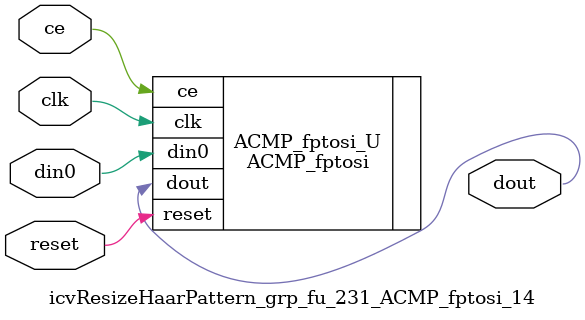
<source format=v>

`timescale 1 ns / 1 ps
module icvResizeHaarPattern_grp_fu_231_ACMP_fptosi_14(
    clk,
    reset,
    ce,
    din0,
    dout);

parameter ID = 32'd1;
parameter NUM_STAGE = 32'd1;
parameter din0_WIDTH = 32'd1;
parameter dout_WIDTH = 32'd1;
input clk;
input reset;
input ce;
input[din0_WIDTH - 1:0] din0;
output[dout_WIDTH - 1:0] dout;



ACMP_fptosi #(
.ID( ID ),
.NUM_STAGE( 3 ),
.din0_WIDTH( din0_WIDTH ),
.dout_WIDTH( dout_WIDTH ))
ACMP_fptosi_U(
    .clk( clk ),
    .reset( reset ),
    .ce( ce ),
    .din0( din0 ),
    .dout( dout ));

endmodule

</source>
